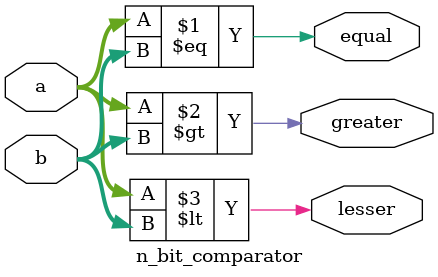
<source format=sv>
module n_bit_comparator #(parameter N = 4) (
  input [N-1:0] a,
  input [N-1:0] b,
output equal,
output greater,
output lesser);
  
  assign equal = (a == b);
  assign greater = (a > b);
  assign lesser = (a < b);
  
endmodule
</source>
